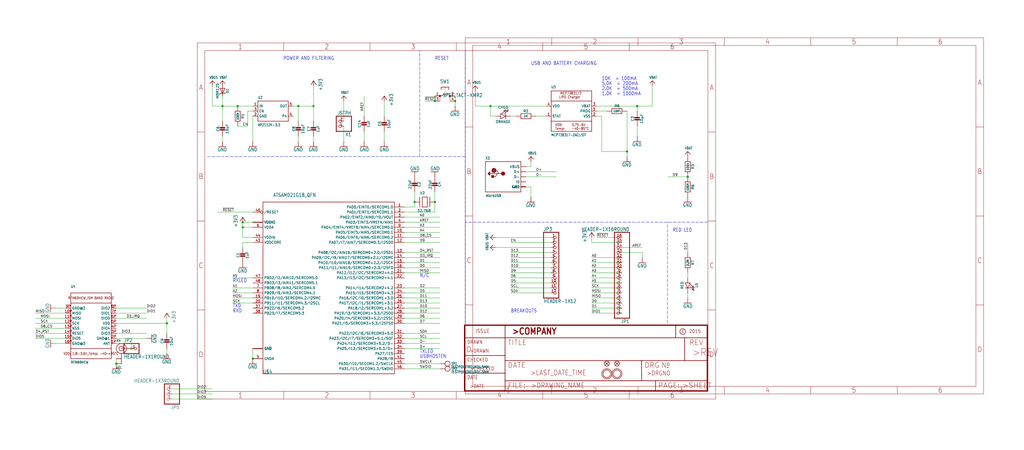
<source format=kicad_sch>
(kicad_sch (version 20211123) (generator eeschema)
  (paper "User" 514.35 226.238)
  (junction (at 119.38 53.34))
  (junction (at 228.6 50.8))
  (junction (at 157.48 53.34))
  (junction (at 218.44 50.8))
  (junction (at 314.96 76.2))
  (junction (at 345.44 88.9))
  (junction (at 149.86 53.34))
  (junction (at 127 180.34))
  (junction (at 320.04 53.34))
  (junction (at 121.92 114.3))
  (junction (at 208.28 101.6))
  (junction (at 83.82 162.56))
  (junction (at 121.92 111.76))
  (junction (at 58.42 182.88))
  (junction (at 218.44 101.6))
  (junction (at 66.04 175.26))
  (junction (at 246.38 53.34))
  (junction (at 111.76 53.34))
  (wire (pts (xy 297.18 149.86) (xy 312.42 149.86)))
  (wire (pts (xy 228.6 48.26) (xy 228.6 50.8)))
  (wire (pts (xy 320.04 53.34) (xy 299.72 53.34)))
  (wire (pts (xy 256.54 139.7) (xy 276.86 139.7)))
  (wire (pts (xy 345.44 147.32) (xy 345.44 149.86)))
  (wire (pts (xy 203.2 109.22) (xy 220.98 109.22)))
  (wire (pts (xy 203.2 132.08) (xy 220.98 132.08)))
  (wire (pts (xy 203.2 111.76) (xy 220.98 111.76)))
  (wire (pts (xy 297.18 121.92) (xy 312.42 121.92)))
  (wire (pts (xy 302.26 58.42) (xy 302.26 76.2)))
  (wire (pts (xy 276.86 144.78) (xy 256.54 144.78)))
  (polyline (pts (xy 335.28 111.76) (xy 233.68 111.76)))
  (wire (pts (xy 203.2 149.86) (xy 220.98 149.86)))
  (wire (pts (xy 58.42 172.72) (xy 66.04 172.72)))
  (wire (pts (xy 33.02 157.48) (xy 17.78 157.48)))
  (wire (pts (xy 299.72 55.88) (xy 304.8 55.88)))
  (wire (pts (xy 124.46 55.88) (xy 127 55.88)))
  (wire (pts (xy 297.18 119.38) (xy 297.18 121.92)))
  (wire (pts (xy 127 106.68) (xy 109.22 106.68)))
  (wire (pts (xy 58.42 162.56) (xy 83.82 162.56)))
  (wire (pts (xy 106.68 53.34) (xy 111.76 53.34)))
  (wire (pts (xy 269.24 58.42) (xy 274.32 58.42)))
  (wire (pts (xy 208.28 104.14) (xy 208.28 101.6)))
  (wire (pts (xy 228.6 53.34) (xy 228.6 50.8)))
  (wire (pts (xy 264.16 86.36) (xy 279.4 86.36)))
  (polyline (pts (xy 335.28 162.56) (xy 335.28 111.76)))
  (wire (pts (xy 119.38 53.34) (xy 111.76 53.34)))
  (polyline (pts (xy 104.14 78.74) (xy 210.82 78.74)))
  (wire (pts (xy 238.76 45.72) (xy 238.76 53.34)))
  (wire (pts (xy 182.88 58.42) (xy 182.88 48.26)))
  (wire (pts (xy 111.76 53.34) (xy 111.76 60.96)))
  (wire (pts (xy 297.18 137.16) (xy 312.42 137.16)))
  (wire (pts (xy 297.18 142.24) (xy 312.42 142.24)))
  (wire (pts (xy 149.86 53.34) (xy 157.48 53.34)))
  (wire (pts (xy 127 139.7) (xy 116.84 139.7)))
  (wire (pts (xy 256.54 147.32) (xy 276.86 147.32)))
  (wire (pts (xy 312.42 124.46) (xy 322.58 124.46)))
  (wire (pts (xy 119.38 63.5) (xy 124.46 63.5)))
  (wire (pts (xy 297.18 154.94) (xy 312.42 154.94)))
  (wire (pts (xy 111.76 68.58) (xy 111.76 71.12)))
  (polyline (pts (xy 233.68 162.56) (xy 233.68 111.76)))
  (wire (pts (xy 299.72 58.42) (xy 302.26 58.42)))
  (wire (pts (xy 149.86 60.96) (xy 149.86 53.34)))
  (wire (pts (xy 203.2 144.78) (xy 220.98 144.78)))
  (wire (pts (xy 345.44 127) (xy 345.44 121.92)))
  (polyline (pts (xy 233.68 78.74) (xy 233.68 25.4)))
  (wire (pts (xy 218.44 106.68) (xy 218.44 101.6)))
  (wire (pts (xy 157.48 53.34) (xy 157.48 43.18)))
  (wire (pts (xy 106.68 195.58) (xy 86.36 195.58)))
  (wire (pts (xy 58.42 170.18) (xy 73.66 170.18)))
  (wire (pts (xy 157.48 53.34) (xy 157.48 60.96)))
  (wire (pts (xy 238.76 53.34) (xy 246.38 53.34)))
  (wire (pts (xy 266.7 93.98) (xy 266.7 99.06)))
  (wire (pts (xy 86.36 200.66) (xy 106.68 200.66)))
  (wire (pts (xy 83.82 162.56) (xy 83.82 167.64)))
  (wire (pts (xy 256.54 129.54) (xy 276.86 129.54)))
  (wire (pts (xy 106.68 43.18) (xy 106.68 53.34)))
  (wire (pts (xy 297.18 132.08) (xy 312.42 132.08)))
  (wire (pts (xy 127 58.42) (xy 127 71.12)))
  (wire (pts (xy 312.42 139.7) (xy 297.18 139.7)))
  (wire (pts (xy 17.78 160.02) (xy 33.02 160.02)))
  (wire (pts (xy 83.82 175.26) (xy 83.82 177.8)))
  (wire (pts (xy 246.38 53.34) (xy 274.32 53.34)))
  (wire (pts (xy 33.02 170.18) (xy 17.78 170.18)))
  (wire (pts (xy 220.98 175.26) (xy 203.2 175.26)))
  (wire (pts (xy 172.72 71.12) (xy 172.72 63.5)))
  (wire (pts (xy 203.2 170.18) (xy 220.98 170.18)))
  (wire (pts (xy 246.38 58.42) (xy 246.38 53.34)))
  (wire (pts (xy 127 119.38) (xy 121.92 119.38)))
  (wire (pts (xy 33.02 172.72) (xy 27.94 172.72)))
  (wire (pts (xy 264.16 83.82) (xy 266.7 83.82)))
  (wire (pts (xy 127 114.3) (xy 121.92 114.3)))
  (wire (pts (xy 220.98 116.84) (xy 203.2 116.84)))
  (wire (pts (xy 203.2 152.4) (xy 220.98 152.4)))
  (wire (pts (xy 248.92 119.38) (xy 276.86 119.38)))
  (wire (pts (xy 17.78 162.56) (xy 33.02 162.56)))
  (wire (pts (xy 312.42 147.32) (xy 297.18 147.32)))
  (polyline (pts (xy 233.68 111.76) (xy 233.68 78.74)))
  (wire (pts (xy 203.2 182.88) (xy 220.98 182.88)))
  (wire (pts (xy 276.86 132.08) (xy 256.54 132.08)))
  (wire (pts (xy 314.96 55.88) (xy 314.96 76.2)))
  (wire (pts (xy 345.44 137.16) (xy 345.44 139.7)))
  (wire (pts (xy 111.76 48.26) (xy 111.76 53.34)))
  (wire (pts (xy 127 121.92) (xy 121.92 121.92)))
  (wire (pts (xy 276.86 142.24) (xy 256.54 142.24)))
  (wire (pts (xy 66.04 172.72) (xy 66.04 175.26)))
  (wire (pts (xy 33.02 154.94) (xy 27.94 154.94)))
  (wire (pts (xy 266.7 83.82) (xy 266.7 81.28)))
  (wire (pts (xy 276.86 124.46) (xy 248.92 124.46)))
  (wire (pts (xy 312.42 134.62) (xy 297.18 134.62)))
  (wire (pts (xy 345.44 88.9) (xy 335.28 88.9)))
  (wire (pts (xy 203.2 172.72) (xy 220.98 172.72)))
  (wire (pts (xy 312.42 119.38) (xy 299.72 119.38)))
  (wire (pts (xy 312.42 152.4) (xy 297.18 152.4)))
  (wire (pts (xy 220.98 127) (xy 203.2 127)))
  (wire (pts (xy 203.2 137.16) (xy 220.98 137.16)))
  (wire (pts (xy 203.2 114.3) (xy 220.98 114.3)))
  (wire (pts (xy 256.54 58.42) (xy 259.08 58.42)))
  (wire (pts (xy 279.4 88.9) (xy 264.16 88.9)))
  (wire (pts (xy 220.98 185.42) (xy 203.2 185.42)))
  (wire (pts (xy 121.92 119.38) (xy 121.92 114.3)))
  (wire (pts (xy 149.86 68.58) (xy 149.86 71.12)))
  (wire (pts (xy 157.48 68.58) (xy 157.48 71.12)))
  (wire (pts (xy 218.44 50.8) (xy 218.44 48.26)))
  (wire (pts (xy 276.86 127) (xy 256.54 127)))
  (wire (pts (xy 203.2 129.54) (xy 220.98 129.54)))
  (wire (pts (xy 182.88 66.04) (xy 182.88 71.12)))
  (wire (pts (xy 248.92 58.42) (xy 246.38 58.42)))
  (wire (pts (xy 322.58 127) (xy 322.58 129.54)))
  (wire (pts (xy 127 175.26) (xy 127 180.34)))
  (wire (pts (xy 256.54 121.92) (xy 276.86 121.92)))
  (wire (pts (xy 193.04 58.42) (xy 193.04 50.8)))
  (wire (pts (xy 17.78 167.64) (xy 33.02 167.64)))
  (wire (pts (xy 208.28 96.52) (xy 208.28 101.6)))
  (polyline (pts (xy 355.6 111.76) (xy 335.28 111.76)))
  (wire (pts (xy 256.54 134.62) (xy 276.86 134.62)))
  (wire (pts (xy 220.98 154.94) (xy 203.2 154.94)))
  (wire (pts (xy 302.26 76.2) (xy 314.96 76.2)))
  (wire (pts (xy 127 144.78) (xy 116.84 144.78)))
  (wire (pts (xy 127 53.34) (xy 119.38 53.34)))
  (wire (pts (xy 58.42 154.94) (xy 73.66 154.94)))
  (wire (pts (xy 203.2 106.68) (xy 218.44 106.68)))
  (wire (pts (xy 312.42 129.54) (xy 297.18 129.54)))
  (wire (pts (xy 264.16 93.98) (xy 266.7 93.98)))
  (wire (pts (xy 312.42 127) (xy 322.58 127)))
  (wire (pts (xy 58.42 157.48) (xy 73.66 157.48)))
  (wire (pts (xy 203.2 167.64) (xy 220.98 167.64)))
  (wire (pts (xy 276.86 137.16) (xy 256.54 137.16)))
  (wire (pts (xy 58.42 167.64) (xy 73.66 167.64)))
  (wire (pts (xy 147.32 53.34) (xy 149.86 53.34)))
  (wire (pts (xy 203.2 119.38) (xy 220.98 119.38)))
  (polyline (pts (xy 210.82 78.74) (xy 210.82 25.4)))
  (wire (pts (xy 127 149.86) (xy 116.84 149.86)))
  (wire (pts (xy 58.42 160.02) (xy 73.66 160.02)))
  (polyline (pts (xy 233.68 78.74) (xy 210.82 78.74)))
  (wire (pts (xy 121.92 114.3) (xy 121.92 111.76)))
  (wire (pts (xy 297.18 157.48) (xy 312.42 157.48)))
  (wire (pts (xy 193.04 71.12) (xy 193.04 66.04)))
  (wire (pts (xy 314.96 76.2) (xy 314.96 78.74)))
  (wire (pts (xy 121.92 121.92) (xy 121.92 124.46)))
  (wire (pts (xy 172.72 50.8) (xy 172.72 60.96)))
  (wire (pts (xy 127 111.76) (xy 121.92 111.76)))
  (wire (pts (xy 203.2 162.56) (xy 220.98 162.56)))
  (wire (pts (xy 58.42 180.34) (xy 58.42 182.88)))
  (wire (pts (xy 320.04 63.5) (xy 320.04 68.58)))
  (wire (pts (xy 203.2 160.02) (xy 220.98 160.02)))
  (wire (pts (xy 17.78 165.1) (xy 33.02 165.1)))
  (wire (pts (xy 116.84 152.4) (xy 127 152.4)))
  (wire (pts (xy 116.84 147.32) (xy 127 147.32)))
  (wire (pts (xy 86.36 198.12) (xy 106.68 198.12)))
  (wire (pts (xy 83.82 162.56) (xy 83.82 160.02)))
  (wire (pts (xy 203.2 157.48) (xy 220.98 157.48)))
  (wire (pts (xy 220.98 147.32) (xy 203.2 147.32)))
  (wire (pts (xy 218.44 101.6) (xy 218.44 96.52)))
  (wire (pts (xy 320.04 53.34) (xy 327.66 53.34)))
  (wire (pts (xy 220.98 134.62) (xy 203.2 134.62)))
  (wire (pts (xy 203.2 104.14) (xy 208.28 104.14)))
  (wire (pts (xy 124.46 63.5) (xy 124.46 55.88)))
  (wire (pts (xy 213.36 50.8) (xy 218.44 50.8)))
  (wire (pts (xy 312.42 144.78) (xy 297.18 144.78)))
  (wire (pts (xy 320.04 55.88) (xy 320.04 53.34)))
  (wire (pts (xy 203.2 121.92) (xy 220.98 121.92)))
  (wire (pts (xy 327.66 43.18) (xy 327.66 53.34)))
  (text "10K  = 100mA" (at 302.26 40.64 180) (effects (font (size 1.778 1.5113)) (justify left bottom)))
  (text "2.0K  = 500mA" (at 302.26 45.72 180) (effects (font (size 1.778 1.5113)) (justify left bottom)))
  (text "TXLED" (at 210.82 177.8 180) (effects (font (size 1.778 1.5113)) (justify left bottom)))
  (text "POWER AND FILTERING" (at 142.24 30.48 180) (effects (font (size 1.778 1.5113)) (justify left bottom)))
  (text "USB AND BATTERY CHARGING" (at 266.7 33.02 180) (effects (font (size 1.778 1.5113)) (justify left bottom)))
  (text "USBHOSTEN" (at 210.82 180.34 180) (effects (font (size 1.778 1.5113)) (justify left bottom)))
  (text "RESET" (at 218.44 30.48 180) (effects (font (size 1.778 1.5113)) (justify left bottom)))
  (text "BREAKOUTS" (at 256.54 157.48 180) (effects (font (size 1.778 1.5113)) (justify left bottom)))
  (text "RED LED" (at 337.82 116.84 180) (effects (font (size 1.778 1.5113)) (justify left bottom)))
  (text "N/C" (at 210.82 139.7 180) (effects (font (size 1.778 1.5113)) (justify left bottom)))
  (text "5.0K  = 200mA" (at 302.26 43.18 180) (effects (font (size 1.778 1.5113)) (justify left bottom)))
  (text "1.0K  = 1000mA" (at 302.26 48.26 180) (effects (font (size 1.778 1.5113)) (justify left bottom)))
  (text "RXLED" (at 116.84 142.24 180) (effects (font (size 1.778 1.5113)) (justify left bottom)))
  (text "TXD" (at 116.84 154.94 180) (effects (font (size 1.778 1.5113)) (justify left bottom)))
  (text "RXD" (at 116.84 157.48 180) (effects (font (size 1.778 1.5113)) (justify left bottom)))
  (label "A4" (at 297.18 139.7 0) (effects (font (size 1.2446 1.2446))))
  (label "AREF" (at 210.82 111.76 0) (effects (font (size 1.2446 1.2446))))
  (label "A3" (at 297.18 137.16 0) (effects (font (size 1.2446 1.2446))))
  (label "A1" (at 297.18 132.08 0) (effects (font (size 1.2446 1.2446))))
  (label "SCK" (at 20.32 162.56 0) (effects (font (size 1.2446 1.2446))))
  (label "A0" (at 210.82 109.22 0) (effects (font (size 1.2446 1.2446))))
  (label "~{RESET}" (at 111.76 106.68 0) (effects (font (size 1.2446 1.2446))))
  (label "D4_RST" (at 17.78 167.64 0) (effects (font (size 1.2446 1.2446))))
  (label "DIO3" (at 99.06 198.12 0) (effects (font (size 1.2446 1.2446))))
  (label "D7" (at 210.82 162.56 0) (effects (font (size 1.2446 1.2446))))
  (label "D12" (at 210.82 157.48 0) (effects (font (size 1.2446 1.2446))))
  (label "MISO" (at 297.18 149.86 0) (effects (font (size 1.2446 1.2446))))
  (label "A4" (at 210.82 116.84 0) (effects (font (size 1.2446 1.2446))))
  (label "D9" (at 337.82 88.9 0) (effects (font (size 1.2446 1.2446))))
  (label "SWDIO" (at 210.82 185.42 0) (effects (font (size 1.2446 1.2446))))
  (label "MISO" (at 17.78 157.48 0) (effects (font (size 1.2446 1.2446))))
  (label "DIO1" (at 297.18 157.48 0) (effects (font (size 1.2446 1.2446))))
  (label "SCL" (at 256.54 144.78 0) (effects (font (size 1.2446 1.2446))))
  (label "D5" (at 256.54 142.24 0) (effects (font (size 1.2446 1.2446))))
  (label "D11" (at 210.82 149.86 0) (effects (font (size 1.2446 1.2446))))
  (label "D0" (at 210.82 134.62 0) (effects (font (size 1.2446 1.2446))))
  (label "A1" (at 116.84 144.78 0) (effects (font (size 1.2446 1.2446))))
  (label "D6" (at 256.54 139.7 0) (effects (font (size 1.2446 1.2446))))
  (label "~{RESET}" (at 299.72 119.38 0) (effects (font (size 1.2446 1.2446))))
  (label "MOSI" (at 297.18 147.32 0) (effects (font (size 1.2446 1.2446))))
  (label "AREF" (at 182.88 55.88 90) (effects (font (size 1.2446 1.2446))))
  (label "D9" (at 210.82 121.92 0) (effects (font (size 1.2446 1.2446))))
  (label "D9" (at 256.54 137.16 0) (effects (font (size 1.2446 1.2446))))
  (label "AREF" (at 317.5 124.46 0) (effects (font (size 1.2446 1.2446))))
  (label "D-" (at 269.24 88.9 0) (effects (font (size 1.2446 1.2446))))
  (label "SWCLK" (at 210.82 182.88 0) (effects (font (size 1.2446 1.2446))))
  (label "D6" (at 210.82 160.02 0) (effects (font (size 1.2446 1.2446))))
  (label "A0" (at 297.18 129.54 0) (effects (font (size 1.2446 1.2446))))
  (label "D11" (at 256.54 132.08 0) (effects (font (size 1.2446 1.2446))))
  (label "D0" (at 297.18 152.4 0) (effects (font (size 1.2446 1.2446))))
  (label "D13" (at 210.82 152.4 0) (effects (font (size 1.2446 1.2446))))
  (label "A5" (at 116.84 139.7 0) (effects (font (size 1.2446 1.2446))))
  (label "D8_CS" (at 210.82 119.38 0) (effects (font (size 1.2446 1.2446))))
  (label "DIO3" (at 60.96 167.64 0) (effects (font (size 1.2446 1.2446))))
  (label "DIO5" (at 17.78 170.18 0) (effects (font (size 1.2446 1.2446))))
  (label "D+" (at 269.24 86.36 0) (effects (font (size 1.2446 1.2446))))
  (label "D13" (at 345.44 121.92 270) (effects (font (size 1.2446 1.2446))))
  (label "SCK" (at 297.18 144.78 0) (effects (font (size 1.2446 1.2446))))
  (label "DIO2" (at 73.66 154.94 0) (effects (font (size 1.2446 1.2446))))
  (label "SCK" (at 116.84 152.4 0) (effects (font (size 1.2446 1.2446))))
  (label "SCL" (at 210.82 170.18 0) (effects (font (size 1.2446 1.2446))))
  (label "A2" (at 297.18 134.62 0) (effects (font (size 1.2446 1.2446))))
  (label "D3_IRQ" (at 210.82 129.54 0) (effects (font (size 1.2446 1.2446))))
  (label "D10" (at 210.82 154.94 0) (effects (font (size 1.2446 1.2446))))
  (label "~{RESET}" (at 213.36 50.8 0) (effects (font (size 1.2446 1.2446))))
  (label "A5" (at 297.18 142.24 0) (effects (font (size 1.2446 1.2446))))
  (label "A2" (at 116.84 147.32 0) (effects (font (size 1.2446 1.2446))))
  (label "MISO" (at 210.82 137.16 0) (effects (font (size 1.2446 1.2446))))
  (label "D+" (at 210.82 175.26 0) (effects (font (size 1.2446 1.2446))))
  (label "DIO1" (at 73.66 157.48 0) (effects (font (size 1.2446 1.2446))))
  (label "D-" (at 210.82 172.72 0) (effects (font (size 1.2446 1.2446))))
  (label "MOSI" (at 116.84 149.86 0) (effects (font (size 1.2446 1.2446))))
  (label "D13" (at 256.54 127 0) (effects (font (size 1.2446 1.2446))))
  (label "SDA" (at 256.54 147.32 0) (effects (font (size 1.2446 1.2446))))
  (label "A3" (at 210.82 114.3 0) (effects (font (size 1.2446 1.2446))))
  (label "D8_CS" (at 20.32 165.1 0) (effects (font (size 1.2446 1.2446))))
  (label "D10" (at 256.54 134.62 0) (effects (font (size 1.2446 1.2446))))
  (label "DIO5" (at 99.06 200.66 0) (effects (font (size 1.2446 1.2446))))
  (label "DIO2" (at 99.06 195.58 0) (effects (font (size 1.2446 1.2446))))
  (label "EN" (at 121.92 63.5 0) (effects (font (size 1.2446 1.2446))))
  (label "SDA" (at 210.82 167.64 0) (effects (font (size 1.2446 1.2446))))
  (label "D12" (at 256.54 129.54 0) (effects (font (size 1.2446 1.2446))))
  (label "D4_RST" (at 210.82 127 0) (effects (font (size 1.2446 1.2446))))
  (label "D1" (at 297.18 154.94 0) (effects (font (size 1.2446 1.2446))))
  (label "D1" (at 210.82 132.08 0) (effects (font (size 1.2446 1.2446))))
  (label "D2" (at 210.82 144.78 0) (effects (font (size 1.2446 1.2446))))
  (label "D5" (at 210.82 147.32 0) (effects (font (size 1.2446 1.2446))))
  (label "D3_IRQ" (at 63.5 160.02 0) (effects (font (size 1.2446 1.2446))))
  (label "EN" (at 256.54 121.92 0) (effects (font (size 1.2446 1.2446))))
  (label "MOSI" (at 20.32 160.02 0) (effects (font (size 1.2446 1.2446))))
  (symbol (lib_id "eagleSchem-eagle-import:GND") (at 208.28 86.36 180) (unit 1)
    (property "Reference" "#U$8" (effects hide))
    (property "Value" "GND" (at 210.82 83.82 0) (effects (font (size 1.778 1.5113)) (justify left bottom)))
    (property "Footprint" "eagleSchem:" (effects hide))
  )
  (symbol (lib_id "eagleSchem-eagle-import:HEADER-1X1ROUND") (at 68.58 175.26 0) (unit 1)
    (property "Reference" "JP2" (at 62.23 172.085 0) (effects (font (size 1.778 1.5113)) (justify left bottom)))
    (property "Value" "HEADER-1X1ROUND" (at 62.23 180.34 0) (effects (font (size 1.778 1.5113)) (justify left bottom)))
    (property "Footprint" "eagleSchem:1X01_ROUND" (effects hide))
  )
  (symbol (lib_id "eagleSchem-eagle-import:GND") (at 25.4 154.94 270) (unit 1)
    (property "Reference" "#U$17" (effects hide))
    (property "Value" "GND" (at 22.86 152.4 0) (effects (font (size 1.778 1.5113)) (justify left bottom)))
    (property "Footprint" "eagleSchem:" (effects hide))
  )
  (symbol (lib_id "eagleSchem-eagle-import:GND") (at 314.96 81.28 0) (unit 1)
    (property "Reference" "#U$36" (effects hide))
    (property "Value" "GND" (at 312.42 83.82 0) (effects (font (size 1.778 1.5113)) (justify left bottom)))
    (property "Footprint" "eagleSchem:" (effects hide))
  )
  (symbol (lib_id "eagleSchem-eagle-import:CAP_CERAMIC0805-NOOUTLINE") (at 320.04 60.96 0) (unit 1)
    (property "Reference" "C3" (at 317.75 59.71 90))
    (property "Value" "10µF" (at 322.34 59.71 90))
    (property "Footprint" "eagleSchem:0805-NO" (effects hide))
  )
  (symbol (lib_id "eagleSchem-eagle-import:RESISTOR_0603_NOOUT") (at 264.16 58.42 0) (unit 1)
    (property "Reference" "R2" (at 264.16 55.88 0))
    (property "Value" "1K" (at 264.16 58.42 0) (effects (font (size 1.016 1.016) bold)))
    (property "Footprint" "eagleSchem:0603-NO" (effects hide))
  )
  (symbol (lib_id "eagleSchem-eagle-import:XTAL-3.2X1.5") (at 213.36 101.6 0) (unit 1)
    (property "Reference" "X2" (at 210.82 97.79 0) (effects (justify left bottom)))
    (property "Value" "32.768" (at 209.55 106.68 0) (effects (justify left bottom)))
    (property "Footprint" "eagleSchem:XTAL3215" (effects hide))
  )
  (symbol (lib_id "eagleSchem-eagle-import:+3V3") (at 121.92 109.22 0) (unit 1)
    (property "Reference" "#+3V3" (effects hide))
    (property "Value" "+3V3" (at 119.38 114.3 90) (effects (font (size 1.778 1.5113)) (justify left bottom)))
    (property "Footprint" "eagleSchem:" (effects hide))
  )
  (symbol (lib_id "eagleSchem-eagle-import:GND") (at 320.04 71.12 0) (unit 1)
    (property "Reference" "#U$33" (effects hide))
    (property "Value" "GND" (at 317.5 73.66 0) (effects (font (size 1.778 1.5113)) (justify left bottom)))
    (property "Footprint" "eagleSchem:" (effects hide))
  )
  (symbol (lib_id "eagleSchem-eagle-import:CAP_CERAMIC0805-NOOUTLINE") (at 193.04 63.5 0) (unit 1)
    (property "Reference" "C5" (at 190.75 62.25 90))
    (property "Value" "10uF" (at 195.34 62.25 90))
    (property "Footprint" "eagleSchem:0805-NO" (effects hide))
  )
  (symbol (lib_id "eagleSchem-eagle-import:GND") (at 322.58 132.08 0) (unit 1)
    (property "Reference" "#GND4" (effects hide))
    (property "Value" "GND" (at 320.04 134.62 0) (effects (font (size 1.778 1.5113)) (justify left bottom)))
    (property "Footprint" "eagleSchem:" (effects hide))
  )
  (symbol (lib_id "eagleSchem-eagle-import:VREG_SOT23-5") (at 137.16 55.88 0) (unit 1)
    (property "Reference" "U2" (at 129.54 49.784 0) (effects (font (size 1.27 1.0795)) (justify left bottom)))
    (property "Value" "AP2112K-3.3" (at 129.54 63.5 0) (effects (font (size 1.27 1.0795)) (justify left bottom)))
    (property "Footprint" "eagleSchem:SOT23-5" (effects hide))
  )
  (symbol (lib_id "eagleSchem-eagle-import:LED0805_NOOUTLINE") (at 254 58.42 0) (unit 1)
    (property "Reference" "CHG0" (at 252.73 53.975 0))
    (property "Value" "ORANGE" (at 252.73 61.214 0))
    (property "Footprint" "eagleSchem:CHIPLED_0805_NOOUTLINE" (effects hide))
  )
  (symbol (lib_id "eagleSchem-eagle-import:GND") (at 345.44 101.6 0) (unit 1)
    (property "Reference" "#GND13" (effects hide))
    (property "Value" "GND" (at 342.9 104.14 0) (effects (font (size 1.778 1.5113)) (justify left bottom)))
    (property "Footprint" "eagleSchem:" (effects hide))
  )
  (symbol (lib_id "eagleSchem-eagle-import:+3V3") (at 157.48 40.64 0) (mirror y) (unit 1)
    (property "Reference" "#+3V4" (effects hide))
    (property "Value" "+3V3" (at 160.02 45.72 90) (effects (font (size 1.778 1.5113)) (justify left bottom)))
    (property "Footprint" "eagleSchem:" (effects hide))
  )
  (symbol (lib_id "eagleSchem-eagle-import:VBUS") (at 238.76 43.18 0) (unit 1)
    (property "Reference" "#U$38" (effects hide))
    (property "Value" "VBUS" (at 237.236 42.164 0) (effects (font (size 1.27 1.0795)) (justify left bottom)))
    (property "Footprint" "eagleSchem:" (effects hide))
  )
  (symbol (lib_id "eagleSchem-eagle-import:VBAT") (at 345.44 76.2 0) (unit 1)
    (property "Reference" "#U$2" (effects hide))
    (property "Value" "VBAT" (at 343.916 75.184 0) (effects (font (size 1.27 1.0795)) (justify left bottom)))
    (property "Footprint" "eagleSchem:" (effects hide))
  )
  (symbol (lib_id "eagleSchem-eagle-import:GND") (at 228.6 55.88 0) (unit 1)
    (property "Reference" "#GND7" (effects hide))
    (property "Value" "GND" (at 226.06 58.42 0) (effects (font (size 1.778 1.5113)) (justify left bottom)))
    (property "Footprint" "eagleSchem:" (effects hide))
  )
  (symbol (lib_id "eagleSchem-eagle-import:RFM69HCW_SMT") (at 45.72 162.56 0) (unit 1)
    (property "Reference" "U4" (at 35.56 144.78 0) (effects (font (size 1.27 1.0795)) (justify left bottom)))
    (property "Value" "RFM69HCW" (at 35.56 182.88 0) (effects (font (size 1.27 1.0795)) (justify left bottom)))
    (property "Footprint" "eagleSchem:RFMHCW_SMT" (effects hide))
  )
  (symbol (lib_id "eagleSchem-eagle-import:GND") (at 193.04 73.66 0) (unit 1)
    (property "Reference" "#U$11" (effects hide))
    (property "Value" "GND" (at 190.5 76.2 0) (effects (font (size 1.778 1.5113)) (justify left bottom)))
    (property "Footprint" "eagleSchem:" (effects hide))
  )
  (symbol (lib_id "eagleSchem-eagle-import:GND") (at 127 73.66 0) (unit 1)
    (property "Reference" "#U$30" (effects hide))
    (property "Value" "GND" (at 124.46 76.2 0) (effects (font (size 1.778 1.5113)) (justify left bottom)))
    (property "Footprint" "eagleSchem:" (effects hide))
  )
  (symbol (lib_id "eagleSchem-eagle-import:ATSAMD21J_QFN") (at 152.4 139.7 0) (unit 1)
    (property "Reference" "U$4" (at 132.08 187.96 0) (effects (font (size 1.778 1.5113)) (justify left bottom)))
    (property "Value" "ATSAMD21G18_QFN" (at 137.16 99.06 0) (effects (font (size 1.778 1.5113)) (justify left bottom)))
    (property "Footprint" "eagleSchem:TQFN48_7MM" (effects hide))
  )
  (symbol (lib_id "eagleSchem-eagle-import:SPST_TACT-KMR2") (at 223.52 48.26 270) (unit 1)
    (property "Reference" "SW1" (at 220.98 41.91 90) (effects (font (size 1.778 1.5113)) (justify left bottom)))
    (property "Value" "SPST_TACT-KMR2" (at 222.25 48.895 90) (effects (font (size 1.778 1.5113)) (justify left bottom)))
    (property "Footprint" "eagleSchem:KMR2" (effects hide))
  )
  (symbol (lib_id "eagleSchem-eagle-import:+3V3") (at 193.04 48.26 0) (mirror y) (unit 1)
    (property "Reference" "#+3V2" (effects hide))
    (property "Value" "+3V3" (at 195.58 53.34 90) (effects (font (size 1.778 1.5113)) (justify left bottom)))
    (property "Footprint" "eagleSchem:" (effects hide))
  )
  (symbol (lib_id "eagleSchem-eagle-import:CON_JST_PH_2PIN") (at 170.18 60.96 180) (unit 1)
    (property "Reference" "X1" (at 176.53 66.675 0) (effects (font (size 1.778 1.5113)) (justify left bottom)))
    (property "Value" "JSTPH" (at 176.53 55.88 0) (effects (font (size 1.778 1.5113)) (justify left bottom)))
    (property "Footprint" "eagleSchem:JSTPH2" (effects hide))
  )
  (symbol (lib_id "eagleSchem-eagle-import:RESISTOR_0603_NOOUT") (at 119.38 58.42 270) (unit 1)
    (property "Reference" "R1" (at 121.92 58.42 0))
    (property "Value" "100k" (at 119.38 58.42 0) (effects (font (size 1.016 1.016) bold)))
    (property "Footprint" "eagleSchem:0603-NO" (effects hide))
  )
  (symbol (lib_id "eagleSchem-eagle-import:FRAME_A4") (at 99.06 200.66 0) (unit 1)
    (property "Reference" "#FRAME1" (effects hide))
    (property "Value" "FRAME_A4" (effects hide))
    (property "Footprint" "eagleSchem:" (effects hide))
  )
  (symbol (lib_id "eagleSchem-eagle-import:GND") (at 83.82 180.34 0) (unit 1)
    (property "Reference" "#U$14" (effects hide))
    (property "Value" "GND" (at 81.28 182.88 0) (effects (font (size 1.778 1.5113)) (justify left bottom)))
    (property "Footprint" "eagleSchem:" (effects hide))
  )
  (symbol (lib_id "eagleSchem-eagle-import:HEADER-1X3ROUND") (at 83.82 198.12 180) (unit 1)
    (property "Reference" "JP5" (at 90.17 203.835 0) (effects (font (size 1.778 1.5113)) (justify left bottom)))
    (property "Value" "HEADER-1X3ROUND" (at 90.17 190.5 0) (effects (font (size 1.778 1.5113)) (justify left bottom)))
    (property "Footprint" "eagleSchem:1X03_ROUND" (effects hide))
  )
  (symbol (lib_id "eagleSchem-eagle-import:FIDUCIAL{dblquote}{dblquote}") (at 304.8 182.88 0) (unit 1)
    (property "Reference" "U$35" (effects hide))
    (property "Value" "FIDUCIAL{dblquote}{dblquote}" (effects hide))
    (property "Footprint" "eagleSchem:FIDUCIAL_1MM" (effects hide))
  )
  (symbol (lib_id "eagleSchem-eagle-import:+3V3") (at 83.82 157.48 0) (mirror y) (unit 1)
    (property "Reference" "#+3V5" (effects hide))
    (property "Value" "+3V3" (at 86.36 162.56 90) (effects (font (size 1.778 1.5113)) (justify left bottom)))
    (property "Footprint" "eagleSchem:" (effects hide))
  )
  (symbol (lib_id "eagleSchem-eagle-import:VBUS") (at 246.38 124.46 90) (unit 1)
    (property "Reference" "#U$19" (effects hide))
    (property "Value" "VBUS" (at 245.364 125.984 0) (effects (font (size 1.27 1.0795)) (justify left bottom)))
    (property "Footprint" "eagleSchem:" (effects hide))
  )
  (symbol (lib_id "eagleSchem-eagle-import:RESISTOR_0603_NOOUT") (at 345.44 93.98 270) (unit 1)
    (property "Reference" "R6" (at 347.98 93.98 0))
    (property "Value" "100K" (at 345.44 93.98 0) (effects (font (size 1.016 1.016) bold)))
    (property "Footprint" "eagleSchem:0603-NO" (effects hide))
  )
  (symbol (lib_id "eagleSchem-eagle-import:VBAT") (at 111.76 40.64 0) (unit 1)
    (property "Reference" "#U$21" (effects hide))
    (property "Value" "VBAT" (at 110.236 39.624 0) (effects (font (size 1.27 1.0795)) (justify left bottom)))
    (property "Footprint" "eagleSchem:" (effects hide))
  )
  (symbol (lib_id "eagleSchem-eagle-import:GND") (at 111.76 73.66 0) (unit 1)
    (property "Reference" "#U$27" (effects hide))
    (property "Value" "GND" (at 109.22 76.2 0) (effects (font (size 1.778 1.5113)) (justify left bottom)))
    (property "Footprint" "eagleSchem:" (effects hide))
  )
  (symbol (lib_id "eagleSchem-eagle-import:VBAT") (at 327.66 40.64 0) (unit 1)
    (property "Reference" "#U$39" (effects hide))
    (property "Value" "VBAT" (at 326.136 39.624 0) (effects (font (size 1.27 1.0795)) (justify left bottom)))
    (property "Footprint" "eagleSchem:" (effects hide))
  )
  (symbol (lib_id "eagleSchem-eagle-import:CAP_CERAMIC0603_NO") (at 182.88 63.5 0) (unit 1)
    (property "Reference" "C14" (at 180.59 62.25 90))
    (property "Value" "1uF" (at 185.18 62.25 90))
    (property "Footprint" "eagleSchem:0603-NO" (effects hide))
  )
  (symbol (lib_id "eagleSchem-eagle-import:CAP_CERAMIC0805-NOOUTLINE") (at 149.86 66.04 0) (unit 1)
    (property "Reference" "C8" (at 147.57 64.79 90))
    (property "Value" "10µF" (at 152.16 64.79 90))
    (property "Footprint" "eagleSchem:0805-NO" (effects hide))
  )
  (symbol (lib_id "eagleSchem-eagle-import:ANTENNA_U.FL") (at 60.96 175.26 0) (unit 1)
    (property "Reference" "X4" (at 58.42 171.958 0) (effects (font (size 1.27 1.0795)) (justify left bottom)))
    (property "Value" "uFL" (at 58.42 185.42 0) (effects (font (size 1.27 1.0795)) (justify left bottom)))
    (property "Footprint" "eagleSchem:U.FL" (effects hide))
  )
  (symbol (lib_id "eagleSchem-eagle-import:CAP_CERAMIC0603_NO") (at 157.48 66.04 0) (unit 1)
    (property "Reference" "C7" (at 155.19 64.79 90))
    (property "Value" "1uF" (at 159.78 64.79 90))
    (property "Footprint" "eagleSchem:0603-NO" (effects hide))
  )
  (symbol (lib_id "eagleSchem-eagle-import:GND") (at 25.4 172.72 270) (unit 1)
    (property "Reference" "#U$15" (effects hide))
    (property "Value" "GND" (at 22.86 170.18 0) (effects (font (size 1.778 1.5113)) (justify left bottom)))
    (property "Footprint" "eagleSchem:" (effects hide))
  )
  (symbol (lib_id "eagleSchem-eagle-import:VBAT") (at 246.38 119.38 90) (unit 1)
    (property "Reference" "#U$20" (effects hide))
    (property "Value" "VBAT" (at 245.364 120.904 0) (effects (font (size 1.27 1.0795)) (justify left bottom)))
    (property "Footprint" "eagleSchem:" (effects hide))
  )
  (symbol (lib_id "eagleSchem-eagle-import:GND") (at 76.2 170.18 90) (unit 1)
    (property "Reference" "#U$18" (effects hide))
    (property "Value" "GND" (at 78.74 172.72 0) (effects (font (size 1.778 1.5113)) (justify left bottom)))
    (property "Footprint" "eagleSchem:" (effects hide))
  )
  (symbol (lib_id "eagleSchem-eagle-import:GND") (at 182.88 73.66 0) (mirror y) (unit 1)
    (property "Reference" "#GND12" (effects hide))
    (property "Value" "GND" (at 185.42 76.2 0) (effects (font (size 1.778 1.5113)) (justify left bottom)))
    (property "Footprint" "eagleSchem:" (effects hide))
  )
  (symbol (lib_id "eagleSchem-eagle-import:VBAT") (at 172.72 48.26 0) (unit 1)
    (property "Reference" "#U$16" (effects hide))
    (property "Value" "VBAT" (at 171.196 47.244 0) (effects (font (size 1.27 1.0795)) (justify left bottom)))
    (property "Footprint" "eagleSchem:" (effects hide))
  )
  (symbol (lib_id "eagleSchem-eagle-import:RESISTOR_0603_NOOUT") (at 345.44 83.82 270) (unit 1)
    (property "Reference" "R3" (at 347.98 83.82 0))
    (property "Value" "100k" (at 345.44 83.82 0) (effects (font (size 1.016 1.016) bold)))
    (property "Footprint" "eagleSchem:0603-NO" (effects hide))
  )
  (symbol (lib_id "eagleSchem-eagle-import:DIODE-SCHOTTKYSOD-123") (at 111.76 45.72 270) (unit 1)
    (property "Reference" "D1" (at 114.3 45.72 0))
    (property "Value" "MBR120" (at 109.26 45.72 0))
    (property "Footprint" "eagleSchem:SOD-123" (effects hide))
  )
  (symbol (lib_id "eagleSchem-eagle-import:RESISTOR_0603_NOOUT") (at 309.88 55.88 0) (unit 1)
    (property "Reference" "R8" (at 309.88 53.34 0))
    (property "Value" "10K\\" (at 309.88 55.88 0) (effects (font (size 1.016 1.016) bold)))
    (property "Footprint" "eagleSchem:0603-NO" (effects hide))
  )
  (symbol (lib_id "eagleSchem-eagle-import:MCP73831{slash}2") (at 287.02 55.88 0) (unit 1)
    (property "Reference" "U3" (at 276.86 44.45 0) (effects (font (size 1.27 1.0795)) (justify left bottom)))
    (property "Value" "MCP73831T-2ACI/OT" (at 276.86 68.58 0) (effects (font (size 1.27 1.0795)) (justify left bottom)))
    (property "Footprint" "eagleSchem:SOT23-5" (effects hide))
  )
  (symbol (lib_id "eagleSchem-eagle-import:GND") (at 149.86 73.66 0) (unit 1)
    (property "Reference" "#U$29" (effects hide))
    (property "Value" "GND" (at 147.32 76.2 0) (effects (font (size 1.778 1.5113)) (justify left bottom)))
    (property "Footprint" "eagleSchem:" (effects hide))
  )
  (symbol (lib_id "eagleSchem-eagle-import:+3V3") (at 297.18 116.84 0) (unit 1)
    (property "Reference" "#+3V1" (effects hide))
    (property "Value" "+3V3" (at 294.64 121.92 90) (effects (font (size 1.778 1.5113)) (justify left bottom)))
    (property "Footprint" "eagleSchem:" (effects hide))
  )
  (symbol (lib_id "eagleSchem-eagle-import:GND") (at 266.7 101.6 0) (unit 1)
    (property "Reference" "#GND1" (effects hide))
    (property "Value" "GND" (at 264.16 104.14 0) (effects (font (size 1.778 1.5113)) (justify left bottom)))
    (property "Footprint" "eagleSchem:" (effects hide))
  )
  (symbol (lib_id "eagleSchem-eagle-import:GND") (at 172.72 73.66 0) (unit 1)
    (property "Reference" "#U$22" (effects hide))
    (property "Value" "GND" (at 170.18 76.2 0) (effects (font (size 1.778 1.5113)) (justify left bottom)))
    (property "Footprint" "eagleSchem:" (effects hide))
  )
  (symbol (lib_id "eagleSchem-eagle-import:MOUNTINGHOLE2.5") (at 304.8 187.96 0) (unit 1)
    (property "Reference" "U$31" (effects hide))
    (property "Value" "MOUNTINGHOLE2.5" (effects hide))
    (property "Footprint" "eagleSchem:MOUNTINGHOLE_2.5_PLATED" (effects hide))
  )
  (symbol (lib_id "eagleSchem-eagle-import:GND") (at 218.44 86.36 180) (unit 1)
    (property "Reference" "#U$10" (effects hide))
    (property "Value" "GND" (at 220.98 83.82 0) (effects (font (size 1.778 1.5113)) (justify left bottom)))
    (property "Footprint" "eagleSchem:" (effects hide))
  )
  (symbol (lib_id "eagleSchem-eagle-import:CAP_CERAMIC0603_NO") (at 218.44 91.44 180) (unit 1)
    (property "Reference" "C4" (at 220.73 92.69 90))
    (property "Value" "22pF" (at 216.14 92.69 90))
    (property "Footprint" "eagleSchem:0603-NO" (effects hide))
  )
  (symbol (lib_id "eagleSchem-eagle-import:TESTPOINTROUND1.5MM") (at 220.98 185.42 270) (unit 1)
    (property "Reference" "TP2" (at 226.568 185.42 90) (effects (font (size 1.27 1.0795)) (justify left)))
    (property "Value" "TESTPOINTROUND1.5MM" (at 226.568 187.071 90) (effects (font (size 1.27 1.0795)) (justify left)))
    (property "Footprint" "eagleSchem:TESTPOINT_ROUND_1.5MM" (effects hide))
  )
  (symbol (lib_id "eagleSchem-eagle-import:MOUNTINGHOLE2.5") (at 309.88 187.96 0) (unit 1)
    (property "Reference" "U$32" (effects hide))
    (property "Value" "MOUNTINGHOLE2.5" (effects hide))
    (property "Footprint" "eagleSchem:MOUNTINGHOLE_2.5_PLATED" (effects hide))
  )
  (symbol (lib_id "eagleSchem-eagle-import:HEADER-1X16ROUND") (at 309.88 139.7 180) (unit 1)
    (property "Reference" "JP1" (at 316.23 160.655 0) (effects (font (size 1.778 1.5113)) (justify left bottom)))
    (property "Value" "HEADER-1X16ROUND" (at 316.23 114.3 0) (effects (font (size 1.778 1.5113)) (justify left bottom)))
    (property "Footprint" "eagleSchem:1X16_ROUND" (effects hide))
  )
  (symbol (lib_id "eagleSchem-eagle-import:GND") (at 127 182.88 0) (unit 1)
    (property "Reference" "#U$5" (effects hide))
    (property "Value" "GND" (at 124.46 185.42 0) (effects (font (size 1.778 1.5113)) (justify left bottom)))
    (property "Footprint" "eagleSchem:" (effects hide))
  )
  (symbol (lib_id "eagleSchem-eagle-import:CAP_CERAMIC0805-NOOUTLINE") (at 83.82 172.72 0) (unit 1)
    (property "Reference" "C9" (at 81.53 171.47 90))
    (property "Value" "10uF" (at 86.12 171.47 90))
    (property "Footprint" "eagleSchem:0805-NO" (effects hide))
  )
  (symbol (lib_id "eagleSchem-eagle-import:HEADER-1X12") (at 279.4 134.62 0) (unit 1)
    (property "Reference" "JP3" (at 273.05 116.205 0) (effects (font (size 1.778 1.5113)) (justify left bottom)))
    (property "Value" "HEADER-1X12" (at 273.05 152.4 0) (effects (font (size 1.778 1.5113)) (justify left bottom)))
    (property "Footprint" "eagleSchem:1X12_ROUND" (effects hide))
  )
  (symbol (lib_id "eagleSchem-eagle-import:VBUS") (at 266.7 78.74 0) (unit 1)
    (property "Reference" "#U$1" (effects hide))
    (property "Value" "VBUS" (at 265.176 77.724 0) (effects (font (size 1.27 1.0795)) (justify left bottom)))
    (property "Footprint" "eagleSchem:" (effects hide))
  )
  (symbol (lib_id "eagleSchem-eagle-import:VBUS") (at 106.68 40.64 0) (unit 1)
    (property "Reference" "#U$3" (effects hide))
    (property "Value" "VBUS" (at 105.156 39.624 0) (effects (font (size 1.27 1.0795)) (justify left bottom)))
    (property "Footprint" "eagleSchem:" (effects hide))
  )
  (symbol (lib_id "eagleSchem-eagle-import:GND") (at 345.44 152.4 0) (mirror y) (unit 1)
    (property "Reference" "#GND10" (effects hide))
    (property "Value" "GND" (at 347.98 154.94 0) (effects (font (size 1.778 1.5113)) (justify left bottom)))
    (property "Footprint" "eagleSchem:" (effects hide))
  )
  (symbol (lib_id "eagleSchem-eagle-import:GND") (at 157.48 73.66 0) (unit 1)
    (property "Reference" "#U$28" (effects hide))
    (property "Value" "GND" (at 154.94 76.2 0) (effects (font (size 1.778 1.5113)) (justify left bottom)))
    (property "Footprint" "eagleSchem:" (effects hide))
  )
  (symbol (lib_id "eagleSchem-eagle-import:LED0805_NOOUTLINE") (at 345.44 144.78 270) (unit 1)
    (property "Reference" "L0" (at 349.885 143.51 0))
    (property "Value" "RED" (at 342.646 143.51 0))
    (property "Footprint" "eagleSchem:CHIPLED_0805_NOOUTLINE" (effects hide))
  )
  (symbol (lib_id "eagleSchem-eagle-import:CAP_CERAMIC0805-NOOUTLINE") (at 111.76 66.04 0) (unit 1)
    (property "Reference" "C6" (at 109.47 64.79 90))
    (property "Value" "10µF" (at 114.06 64.79 90))
    (property "Footprint" "eagleSchem:0805-NO" (effects hide))
  )
  (symbol (lib_id "eagleSchem-eagle-import:GND") (at 121.92 134.62 0) (unit 1)
    (property "Reference" "#U$6" (effects hide))
    (property "Value" "GND" (at 119.38 137.16 0) (effects (font (size 1.778 1.5113)) (justify left bottom)))
    (property "Footprint" "eagleSchem:" (effects hide))
  )
  (symbol (lib_id "eagleSchem-eagle-import:FRAME_A4") (at 233.68 198.12 0) (unit 2)
    (property "Reference" "#FRAME1" (effects hide))
    (property "Value" "FRAME_A4" (effects hide))
    (property "Footprint" "eagleSchem:" (effects hide))
  )
  (symbol (lib_id "eagleSchem-eagle-import:CAP_CERAMIC0603_NO") (at 121.92 129.54 0) (unit 1)
    (property "Reference" "C1" (at 119.63 128.29 90))
    (property "Value" "1uF" (at 124.22 128.29 90))
    (property "Footprint" "eagleSchem:0603-NO" (effects hide))
  )
  (symbol (lib_id "eagleSchem-eagle-import:CAP_CERAMIC0603_NO") (at 208.28 91.44 180) (unit 1)
    (property "Reference" "C2" (at 210.57 92.69 90))
    (property "Value" "22pF" (at 205.98 92.69 90))
    (property "Footprint" "eagleSchem:0603-NO" (effects hide))
  )
  (symbol (lib_id "eagleSchem-eagle-import:USB_MICRO_20329_V2") (at 254 88.9 0) (unit 1)
    (property "Reference" "X3" (at 243.84 80.264 0) (effects (font (size 1.27 1.0795)) (justify left bottom)))
    (property "Value" "microUSB" (at 243.84 99.06 0) (effects (font (size 1.27 1.0795)) (justify left bottom)))
    (property "Footprint" "eagleSchem:4UCONN_20329_V2" (effects hide))
  )
  (symbol (lib_id "eagleSchem-eagle-import:GND") (at 58.42 185.42 0) (unit 1)
    (property "Reference" "#U$23" (effects hide))
    (property "Value" "GND" (at 55.88 187.96 0) (effects (font (size 1.778 1.5113)) (justify left bottom)))
    (property "Footprint" "eagleSchem:" (effects hide))
  )
  (symbol (lib_id "eagleSchem-eagle-import:FIDUCIAL{dblquote}{dblquote}") (at 309.88 182.88 0) (unit 1)
    (property "Reference" "U$34" (effects hide))
    (property "Value" "FIDUCIAL{dblquote}{dblquote}" (effects hide))
    (property "Footprint" "eagleSchem:FIDUCIAL_1MM" (effects hide))
  )
  (symbol (lib_id "eagleSchem-eagle-import:TESTPOINTROUND1.5MM") (at 220.98 182.88 270) (unit 1)
    (property "Reference" "TP1" (at 226.568 182.88 90) (effects (font (size 1.27 1.0795)) (justify left)))
    (property "Value" "TESTPOINTROUND1.5MM" (at 226.568 184.531 90) (effects (font (size 1.27 1.0795)) (justify left)))
    (property "Footprint" "eagleSchem:TESTPOINT_ROUND_1.5MM" (effects hide))
  )
  (symbol (lib_id "eagleSchem-eagle-import:RESISTOR_0603_NOOUT") (at 345.44 132.08 270) (unit 1)
    (property "Reference" "R7" (at 347.98 132.08 0))
    (property "Value" "2.2K" (at 345.44 132.08 0) (effects (font (size 1.016 1.016) bold)))
    (property "Footprint" "eagleSchem:0603-NO" (effects hide))
  )
)
</source>
